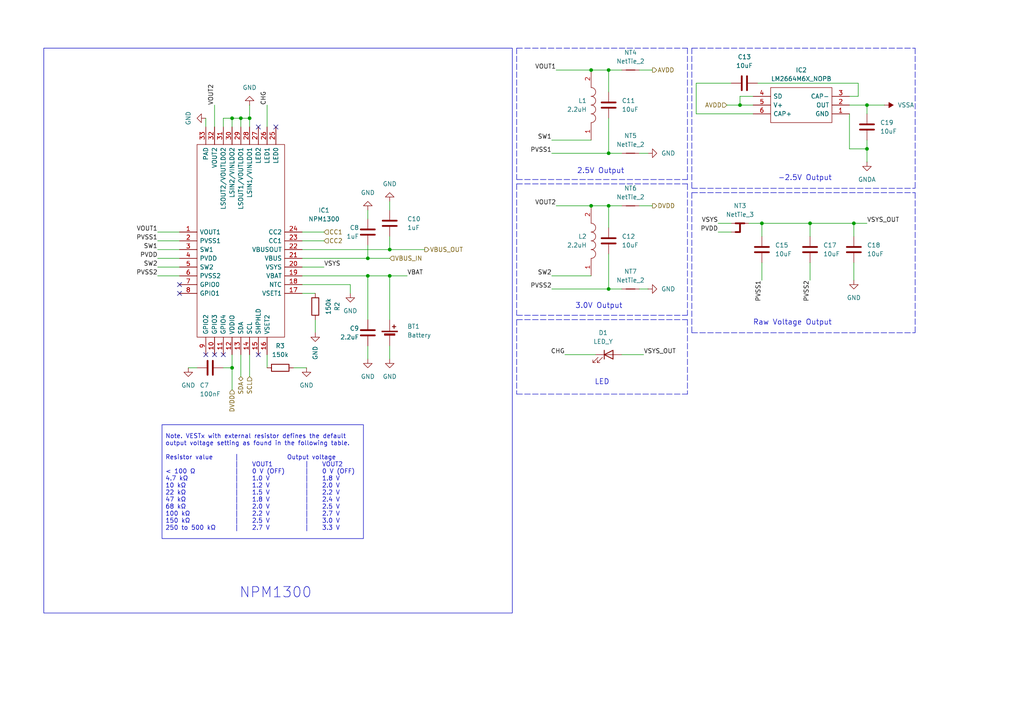
<source format=kicad_sch>
(kicad_sch (version 20231120) (generator "eeschema") (generator_version "8.0")
  (paper "A4")
  (lib_symbols
    (symbol "Device:Battery_Cell" (pin_numbers hide) (pin_names (offset 0) hide)
      (property "Reference" "BT" (at 2.54 2.54 0))
      (property "Value" "Battery_Cell" (at 2.54 0 0))
      (symbol "Battery_Cell_0_1"
        (rectangle (start -2.286 1.778) (end 2.286 1.524) (fill (type outline)))
        (rectangle (start -1.524 1.016) (end 1.524 0.508) (fill (type outline)))
        (polyline (pts (xy 0 0.762) (xy 0 0)))
        (polyline (pts (xy 0 1.778) (xy 0 2.54)))
        (polyline (pts (xy 0.762 3.048) (xy 1.778 3.048)) (stroke (width 0.254)))
        (polyline (pts (xy 1.27 3.556) (xy 1.27 2.54)) (stroke (width 0.254)))
      )
      (symbol "Battery_Cell_1_1"
        (pin passive line (at 0 5.08 270) (length 2.54) (name "+") (number "1"))
        (pin passive line (at 0 -2.54 90) (length 2.54) (name "-") (number "2"))
      )
    )
    (symbol "Device:C" (pin_numbers hide) (pin_names (offset 0.254))
      (property "Reference" "C" (at 0.635 2.54 0))
      (property "Value" "C" (at 0.635 -2.54 0))
      (symbol "C_0_1"
        (polyline (pts (xy -2.032 -0.762) (xy 2.032 -0.762)) (stroke (width 0.508)))
        (polyline (pts (xy -2.032 0.762) (xy 2.032 0.762)) (stroke (width 0.508)))
      )
      (symbol "C_1_1"
        (pin passive line (at 0 3.81 270) (length 2.794) (name "~") (number "1"))
        (pin passive line (at 0 -3.81 90) (length 2.794) (name "~") (number "2"))
      )
    )
    (symbol "Device:LED" (pin_numbers hide) (pin_names (offset 1.016) hide)
      (property "Reference" "D" (at 0 2.54 0))
      (property "Value" "LED" (at 0 -2.54 0))
      (symbol "LED_0_1"
        (polyline (pts (xy -1.27 -1.27) (xy -1.27 1.27)) (stroke (width 0.254)))
        (polyline (pts (xy -1.27 0) (xy 1.27 0)))
        (polyline (pts (xy 1.27 -1.27) (xy 1.27 1.27) (xy -1.27 0) (xy 1.27 -1.27)) (stroke (width 0.254)))
        (polyline (pts (xy -3.048 -0.762) (xy -4.572 -2.286) (xy -3.81 -2.286) (xy -4.572 -2.286) (xy -4.572 -1.524)))
        (polyline (pts (xy -1.778 -0.762) (xy -3.302 -2.286) (xy -2.54 -2.286) (xy -3.302 -2.286) (xy -3.302 -1.524)))
      )
      (symbol "LED_1_1"
        (pin passive line (at -3.81 0 0) (length 2.54) (name "K") (number "1"))
        (pin passive line (at 3.81 0 180) (length 2.54) (name "A") (number "2"))
      )
    )
    (symbol "Device:NetTie_2" (pin_numbers hide) (pin_names (offset 0) hide) (in_bom no)
      (property "Reference" "NT" (at 0 1.27 0))
      (property "Value" "NetTie_2" (at 0 -1.27 0))
      (symbol "NetTie_2_0_1"
        (polyline (pts (xy -1.27 0) (xy 1.27 0)) (stroke (width 0.254)))
      )
      (symbol "NetTie_2_1_1"
        (pin passive line (at -2.54 0 0) (length 2.54) (name "1") (number "1"))
        (pin passive line (at 2.54 0 180) (length 2.54) (name "2") (number "2"))
      )
    )
    (symbol "Device:NetTie_3" (pin_numbers hide) (pin_names (offset 0) hide) (in_bom no)
      (property "Reference" "NT" (at 0 1.27 0))
      (property "Value" "NetTie_3" (at 0 -3.81 0))
      (symbol "NetTie_3_0_1"
        (polyline (pts (xy -1.27 0) (xy 1.27 0)) (stroke (width 0.508)))
        (polyline (pts (xy 0 0) (xy 0 -2.54) (xy -1.27 -2.54)) (stroke (width 0.508)))
      )
      (symbol "NetTie_3_1_1"
        (pin passive line (at -2.54 0 0) (length 2.54) (name "1") (number "1"))
        (pin passive line (at 2.54 0 180) (length 2.54) (name "2") (number "2"))
        (pin passive line (at -2.54 -2.54 0) (length 2.54) (name "3") (number "3"))
      )
    )
    (symbol "Device:R" (pin_numbers hide) (pin_names (offset 0))
      (property "Reference" "R" (at 2.032 0 90))
      (property "Value" "R" (at 0 0 90))
      (symbol "R_0_1"
        (rectangle (start -1.016 -2.54) (end 1.016 2.54) (stroke (width 0.254)))
      )
      (symbol "R_1_1"
        (pin passive line (at 0 3.81 270) (length 1.27) (name "~") (number "1"))
        (pin passive line (at 0 -3.81 90) (length 1.27) (name "~") (number "2"))
      )
    )
    (symbol "LM2664M6X_NOPB:LM2664M6X_NOPB" (pin_names (offset 0.762))
      (property "Reference" "IC" (at 24.13 7.62 0))
      (property "Value" "LM2664M6X_NOPB" (at 24.13 5.08 0))
      (symbol "LM2664M6X_NOPB_0_0"
        (pin passive line (at 0 0 0) (length 5.08) (name "GND") (number "1"))
        (pin passive line (at 0 -2.54 0) (length 5.08) (name "OUT") (number "2"))
        (pin passive line (at 0 -5.08 0) (length 5.08) (name "CAP-") (number "3"))
        (pin passive line (at 27.94 -5.08 180) (length 5.08) (name "SD") (number "4"))
        (pin passive line (at 27.94 -2.54 180) (length 5.08) (name "V+") (number "5"))
        (pin passive line (at 27.94 0 180) (length 5.08) (name "CAP+") (number "6"))
      )
      (symbol "LM2664M6X_NOPB_0_1"
        (polyline (pts (xy 5.08 2.54) (xy 22.86 2.54) (xy 22.86 -7.62) (xy 5.08 -7.62) (xy 5.08 2.54)) (stroke (width 0.1524)))
      )
    )
    (symbol "MLP2016H2R2MT0S1:MLP2016H2R2MT0S1" (pin_names (offset 0.762))
      (property "Reference" "L" (at 16.51 6.35 0))
      (property "Value" "MLP2016H2R2MT0S1" (at 16.51 3.81 0))
      (symbol "MLP2016H2R2MT0S1_0_0"
        (pin passive line (at 0 0 0) (length 5.08) (name "~") (number "1"))
        (pin passive line (at 20.32 0 180) (length 5.08) (name "~") (number "2"))
      )
      (symbol "MLP2016H2R2MT0S1_0_1"
        (arc (start 5.08 0) (mid 6.35 -1.3218) (end 7.62 0) (stroke (width 0.1524)))
        (arc (start 7.62 0) (mid 8.89 -1.3218) (end 10.16 0) (stroke (width 0.1524)))
        (arc (start 10.16 0) (mid 11.43 -1.3218) (end 12.7 0) (stroke (width 0.1524)))
        (arc (start 12.7 0) (mid 13.97 -1.3218) (end 15.24 0) (stroke (width 0.1524)))
      )
    )
    (symbol "NPM1300-QEAA-R:NPM1300-QEAA-R" (pin_names (offset 0.762))
      (property "Reference" "IC" (at 31.75 30.48 0))
      (property "Value" "NPM1300-QEAA-R" (at 31.75 27.94 0))
      (symbol "NPM1300-QEAA-R_0_0"
        (pin power_in line (at 0 0 0) (length 5.08) (name "VOUT1") (number "1"))
        (pin bidirectional line (at 10.16 -35.56 90) (length 5.08) (name "GPIO3") (number "10"))
        (pin bidirectional line (at 12.7 -35.56 90) (length 5.08) (name "GPIO4") (number "11"))
        (pin power_in line (at 15.24 -35.56 90) (length 5.08) (name "VDDIO") (number "12"))
        (pin bidirectional line (at 17.78 -35.56 90) (length 5.08) (name "SDA") (number "13"))
        (pin input line (at 20.32 -35.56 90) (length 5.08) (name "SCL") (number "14"))
        (pin input line (at 22.86 -35.56 90) (length 5.08) (name "SHPHLD") (number "15"))
        (pin input line (at 25.4 -35.56 90) (length 5.08) (name "VSET2") (number "16"))
        (pin input line (at 35.56 -17.78 180) (length 5.08) (name "VSET1") (number "17"))
        (pin input line (at 35.56 -15.24 180) (length 5.08) (name "NTC") (number "18"))
        (pin power_in line (at 35.56 -12.7 180) (length 5.08) (name "VBAT") (number "19"))
        (pin power_in line (at 0 -2.54 0) (length 5.08) (name "PVSS1") (number "2"))
        (pin power_in line (at 35.56 -10.16 180) (length 5.08) (name "VSYS") (number "20"))
        (pin power_in line (at 35.56 -7.62 180) (length 5.08) (name "VBUS") (number "21"))
        (pin output line (at 35.56 -5.08 180) (length 5.08) (name "VBUSOUT") (number "22"))
        (pin input line (at 35.56 -2.54 180) (length 5.08) (name "CC1") (number "23"))
        (pin input line (at 35.56 0 180) (length 5.08) (name "CC2") (number "24"))
        (pin output line (at 27.94 30.48 270) (length 5.08) (name "LED0") (number "25"))
        (pin output line (at 25.4 30.48 270) (length 5.08) (name "LED1") (number "26"))
        (pin output line (at 22.86 30.48 270) (length 5.08) (name "LED2") (number "27"))
        (pin power_in line (at 20.32 30.48 270) (length 5.08) (name "LSIN1/VINLDO1") (number "28"))
        (pin power_in line (at 17.78 30.48 270) (length 5.08) (name "LSOUT1/VOUTLDO1") (number "29"))
        (pin power_in line (at 0 -5.08 0) (length 5.08) (name "SW1") (number "3"))
        (pin power_in line (at 15.24 30.48 270) (length 5.08) (name "LSIN2/VINLDO2") (number "30"))
        (pin power_in line (at 12.7 30.48 270) (length 5.08) (name "LSOUT2/VOUTLDO2") (number "31"))
        (pin power_in line (at 10.16 30.48 270) (length 5.08) (name "VOUT2") (number "32"))
        (pin power_in line (at 7.62 30.48 270) (length 5.08) (name "PAD") (number "33"))
        (pin power_in line (at 0 -7.62 0) (length 5.08) (name "PVDD") (number "4"))
        (pin power_in line (at 0 -10.16 0) (length 5.08) (name "SW2") (number "5"))
        (pin power_in line (at 0 -12.7 0) (length 5.08) (name "PVSS2") (number "6"))
        (pin bidirectional line (at 0 -15.24 0) (length 5.08) (name "GPIO0") (number "7"))
        (pin bidirectional line (at 0 -17.78 0) (length 5.08) (name "GPIO1") (number "8"))
        (pin bidirectional line (at 7.62 -35.56 90) (length 5.08) (name "GPIO2") (number "9"))
      )
      (symbol "NPM1300-QEAA-R_0_1"
        (polyline (pts (xy 5.08 25.4) (xy 30.48 25.4) (xy 30.48 -30.48) (xy 5.08 -30.48) (xy 5.08 25.4)) (stroke (width 0.1524)))
      )
    )
    (symbol "power:GND" (power) (pin_numbers hide) (pin_names (offset 0) hide)
      (property "Value" "GND" (at 0 -3.81 0))
      (symbol "GND_0_1"
        (polyline (pts (xy 0 0) (xy 0 -1.27) (xy 1.27 -1.27) (xy 0 -2.54) (xy -1.27 -1.27) (xy 0 -1.27)))
      )
      (symbol "GND_1_1"
        (pin power_in line (at 0 0 270) (length 0) (name "~") (number "1"))
      )
    )
    (symbol "power:GNDA" (power) (pin_numbers hide) (pin_names (offset 0) hide)
      (property "Value" "GNDA" (at 0 -3.81 0))
      (symbol "GNDA_0_1"
        (polyline (pts (xy 0 0) (xy 0 -1.27) (xy 1.27 -1.27) (xy 0 -2.54) (xy -1.27 -1.27) (xy 0 -1.27)))
      )
      (symbol "GNDA_1_1"
        (pin power_in line (at 0 0 270) (length 0) (name "~") (number "1"))
      )
    )
    (symbol "power:VSSA" (power) (pin_numbers hide) (pin_names (offset 0) hide)
      (property "Value" "VSSA" (at 0 3.556 0))
      (symbol "VSSA_0_1"
        (polyline (pts (xy 0 0) (xy 0 2.54)))
        (polyline (pts (xy 0.762 1.27) (xy -0.762 1.27) (xy 0 2.54) (xy 0.762 1.27)) (fill (type outline)))
      )
      (symbol "VSSA_1_1"
        (pin power_in line (at 0 0 90) (length 0) (name "~") (number "1"))
      )
    )
  )
  (junction (at 171.45 20.32))
  (junction (at 106.68 74.93))
  (junction (at 176.53 44.45))
  (junction (at 176.53 59.69))
  (junction (at 214.63 30.48))
  (junction (at 171.45 59.69))
  (junction (at 106.68 80.01))
  (junction (at 251.46 43.18))
  (junction (at 234.95 64.77))
  (junction (at 113.03 80.01))
  (junction (at 247.65 64.77))
  (junction (at 176.53 83.82))
  (junction (at 113.03 72.39))
  (junction (at 69.85 34.29))
  (junction (at 251.46 30.48))
  (junction (at 67.31 34.29))
  (junction (at 72.39 34.29))
  (junction (at 220.98 64.77))
  (junction (at 176.53 20.32))
  (junction (at 67.31 106.68))
  (no_connect (at 64.77 102.87))
  (no_connect (at 52.07 82.55))
  (no_connect (at 80.01 36.83))
  (no_connect (at 59.69 102.87))
  (no_connect (at 52.07 85.09))
  (no_connect (at 74.93 102.87))
  (no_connect (at 62.23 102.87))
  (no_connect (at 74.93 36.83))
  (wire (pts (xy 91.44 92.71) (xy 91.44 96.52)))
  (wire (pts (xy 176.53 20.32) (xy 180.34 20.32)))
  (wire (pts (xy 208.28 67.31) (xy 212.09 67.31)))
  (wire (pts (xy 185.42 20.32) (xy 189.23 20.32)))
  (wire (pts (xy 106.68 74.93) (xy 106.68 71.12)))
  (wire (pts (xy 67.31 34.29) (xy 69.85 34.29)))
  (wire (pts (xy 113.03 72.39) (xy 123.19 72.39)))
  (wire (pts (xy 101.6 82.55) (xy 101.6 85.09)))
  (wire (pts (xy 185.42 83.82) (xy 187.96 83.82)))
  (wire (pts (xy 161.29 59.69) (xy 171.45 59.69)))
  (wire (pts (xy 214.63 30.48) (xy 214.63 27.94)))
  (wire (pts (xy 246.38 27.94) (xy 248.92 27.94)))
  (wire (pts (xy 171.45 20.32) (xy 176.53 20.32)))
  (wire (pts (xy 87.63 69.85) (xy 93.98 69.85)))
  (wire (pts (xy 57.15 106.68) (xy 54.61 106.68)))
  (wire (pts (xy 45.72 72.39) (xy 52.07 72.39)))
  (wire (pts (xy 251.46 43.18) (xy 251.46 46.99)))
  (wire (pts (xy 67.31 106.68) (xy 64.77 106.68)))
  (wire (pts (xy 45.72 67.31) (xy 52.07 67.31)))
  (wire (pts (xy 160.02 40.64) (xy 171.45 40.64)))
  (polyline (pts (xy 149.86 92.71) (xy 199.39 92.71)) (stroke (width 0) (type dash)))
  (wire (pts (xy 52.07 80.01) (xy 45.72 80.01)))
  (wire (pts (xy 251.46 30.48) (xy 251.46 33.02)))
  (wire (pts (xy 208.28 64.77) (xy 212.09 64.77)))
  (wire (pts (xy 163.83 102.87) (xy 172.72 102.87)))
  (wire (pts (xy 171.45 59.69) (xy 176.53 59.69)))
  (wire (pts (xy 69.85 36.83) (xy 69.85 34.29)))
  (wire (pts (xy 67.31 102.87) (xy 67.31 106.68)))
  (wire (pts (xy 248.92 24.13) (xy 219.71 24.13)))
  (wire (pts (xy 246.38 43.18) (xy 251.46 43.18)))
  (polyline (pts (xy 149.86 91.44) (xy 199.39 91.44)) (stroke (width 0) (type dash)))
  (polyline (pts (xy 200.66 54.61) (xy 265.43 54.61)) (stroke (width 0) (type dash)))
  (wire (pts (xy 64.77 34.29) (xy 67.31 34.29)))
  (wire (pts (xy 77.47 30.48) (xy 77.47 36.83)))
  (wire (pts (xy 87.63 72.39) (xy 113.03 72.39)))
  (wire (pts (xy 185.42 44.45) (xy 187.96 44.45)))
  (polyline (pts (xy 149.86 53.34) (xy 149.86 91.44)) (stroke (width 0) (type dash)))
  (wire (pts (xy 64.77 36.83) (xy 64.77 34.29)))
  (wire (pts (xy 246.38 33.02) (xy 246.38 43.18)))
  (wire (pts (xy 69.85 34.29) (xy 72.39 34.29)))
  (polyline (pts (xy 199.39 92.71) (xy 199.39 114.3)) (stroke (width 0) (type dash)))
  (wire (pts (xy 251.46 30.48) (xy 256.54 30.48)))
  (wire (pts (xy 234.95 64.77) (xy 247.65 64.77)))
  (wire (pts (xy 113.03 58.42) (xy 113.03 60.96)))
  (polyline (pts (xy 200.66 96.52) (xy 265.43 96.52)) (stroke (width 0) (type dash)))
  (wire (pts (xy 52.07 74.93) (xy 45.72 74.93)))
  (polyline (pts (xy 149.86 53.34) (xy 199.39 53.34)) (stroke (width 0) (type dash)))
  (wire (pts (xy 212.09 24.13) (xy 201.93 24.13)))
  (wire (pts (xy 161.29 20.32) (xy 171.45 20.32)))
  (polyline (pts (xy 200.66 13.97) (xy 265.43 13.97)) (stroke (width 0) (type dash)))
  (polyline (pts (xy 200.66 13.97) (xy 200.66 54.61)) (stroke (width 0) (type dash)))
  (wire (pts (xy 72.39 109.22) (xy 72.39 102.87)))
  (wire (pts (xy 87.63 85.09) (xy 91.44 85.09)))
  (wire (pts (xy 59.69 34.29) (xy 59.69 36.83)))
  (wire (pts (xy 176.53 59.69) (xy 180.34 59.69)))
  (wire (pts (xy 201.93 24.13) (xy 201.93 33.02)))
  (wire (pts (xy 217.17 64.77) (xy 220.98 64.77)))
  (wire (pts (xy 52.07 77.47) (xy 45.72 77.47)))
  (wire (pts (xy 72.39 34.29) (xy 72.39 36.83)))
  (polyline (pts (xy 199.39 13.97) (xy 199.39 52.07)) (stroke (width 0) (type dash)))
  (wire (pts (xy 106.68 100.33) (xy 106.68 104.14)))
  (wire (pts (xy 87.63 77.47) (xy 93.98 77.47)))
  (wire (pts (xy 220.98 64.77) (xy 234.95 64.77)))
  (wire (pts (xy 113.03 100.33) (xy 113.03 104.14)))
  (wire (pts (xy 113.03 80.01) (xy 113.03 92.71)))
  (wire (pts (xy 77.47 102.87) (xy 77.47 106.68)))
  (wire (pts (xy 214.63 27.94) (xy 218.44 27.94)))
  (polyline (pts (xy 149.86 13.97) (xy 149.86 52.07)) (stroke (width 0) (type dash)))
  (wire (pts (xy 113.03 80.01) (xy 118.11 80.01)))
  (wire (pts (xy 180.34 102.87) (xy 186.69 102.87)))
  (polyline (pts (xy 149.86 52.07) (xy 199.39 52.07)) (stroke (width 0) (type dash)))
  (wire (pts (xy 176.53 73.66) (xy 176.53 83.82)))
  (wire (pts (xy 176.53 59.69) (xy 176.53 66.04)))
  (wire (pts (xy 247.65 64.77) (xy 251.46 64.77)))
  (polyline (pts (xy 200.66 55.88) (xy 265.43 55.88)) (stroke (width 0) (type dash)))
  (wire (pts (xy 106.68 74.93) (xy 113.03 74.93)))
  (wire (pts (xy 106.68 60.96) (xy 106.68 63.5)))
  (polyline (pts (xy 265.43 55.88) (xy 265.43 96.52)) (stroke (width 0) (type dash)))
  (wire (pts (xy 176.53 34.29) (xy 176.53 44.45)))
  (wire (pts (xy 247.65 64.77) (xy 247.65 68.58)))
  (wire (pts (xy 176.53 20.32) (xy 176.53 26.67)))
  (wire (pts (xy 234.95 76.2) (xy 234.95 81.28)))
  (polyline (pts (xy 199.39 53.34) (xy 199.39 91.44)) (stroke (width 0) (type dash)))
  (wire (pts (xy 247.65 76.2) (xy 247.65 81.28)))
  (wire (pts (xy 185.42 59.69) (xy 189.23 59.69)))
  (wire (pts (xy 67.31 36.83) (xy 67.31 34.29)))
  (wire (pts (xy 62.23 30.48) (xy 62.23 36.83)))
  (polyline (pts (xy 149.86 13.97) (xy 199.39 13.97)) (stroke (width 0) (type dash)))
  (wire (pts (xy 45.72 69.85) (xy 52.07 69.85)))
  (wire (pts (xy 101.6 82.55) (xy 87.63 82.55)))
  (wire (pts (xy 176.53 83.82) (xy 160.02 83.82)))
  (wire (pts (xy 176.53 44.45) (xy 180.34 44.45)))
  (wire (pts (xy 248.92 27.94) (xy 248.92 24.13)))
  (polyline (pts (xy 265.43 13.97) (xy 265.43 54.61)) (stroke (width 0) (type dash)))
  (wire (pts (xy 220.98 64.77) (xy 220.98 68.58)))
  (polyline (pts (xy 200.66 55.88) (xy 200.66 96.52)) (stroke (width 0) (type dash)))
  (wire (pts (xy 67.31 106.68) (xy 67.31 113.03)))
  (wire (pts (xy 69.85 102.87) (xy 69.85 109.22)))
  (wire (pts (xy 93.98 67.31) (xy 87.63 67.31)))
  (wire (pts (xy 220.98 76.2) (xy 220.98 81.28)))
  (wire (pts (xy 106.68 80.01) (xy 113.03 80.01)))
  (wire (pts (xy 176.53 44.45) (xy 160.02 44.45)))
  (wire (pts (xy 85.09 106.68) (xy 88.9 106.68)))
  (wire (pts (xy 87.63 80.01) (xy 106.68 80.01)))
  (polyline (pts (xy 149.86 114.3) (xy 199.39 114.3)) (stroke (width 0) (type dash)))
  (wire (pts (xy 251.46 40.64) (xy 251.46 43.18)))
  (wire (pts (xy 106.68 80.01) (xy 106.68 92.71)))
  (wire (pts (xy 201.93 33.02) (xy 218.44 33.02)))
  (wire (pts (xy 160.02 80.01) (xy 171.45 80.01)))
  (wire (pts (xy 234.95 64.77) (xy 234.95 68.58)))
  (wire (pts (xy 87.63 74.93) (xy 106.68 74.93)))
  (wire (pts (xy 214.63 30.48) (xy 218.44 30.48)))
  (wire (pts (xy 113.03 68.58) (xy 113.03 72.39)))
  (wire (pts (xy 176.53 83.82) (xy 180.34 83.82)))
  (wire (pts (xy 246.38 30.48) (xy 251.46 30.48)))
  (polyline (pts (xy 149.86 92.71) (xy 149.86 114.3)) (stroke (width 0) (type dash)))
  (wire (pts (xy 72.39 30.48) (xy 72.39 34.29)))
  (wire (pts (xy 214.63 30.48) (xy 210.82 30.48)))
  (rectangle (start 12.7 13.97) (end 148.59 177.8))
  (text_box "Note. VESTx with external resistor defines the default output voltage setting as found in the following table.\n\nResistor value	|			Output voltage\n				|	VOUT1		|	VOUT2\n< 100 Ω			|	0 V (OFF)	|	0 V (OFF)\n4.7 kΩ 			|	1.0 V 		|	1.8 V\n10 kΩ 			|	1.2 V 		|	2.0 V\n22 kΩ 			|	1.5 V 		|	2.2 V\n47 kΩ 			|	1.8 V		| 	2.4 V\n68 kΩ 			|	2.0 V 		|	2.5 V\n100 kΩ 			|	2.2 V 		|	2.7 V\n150 kΩ 			|	2.5 V 		|	3.0 V\n250 to 500 kΩ 	|	2.7 V 		|	3.3 V" (at 46.99 123.19 0) (size 58.42 33.02) (effects (font (size 1.27 1.27)) (justify left)))
  (text "-2.5V Output" (at 241.3 52.578 0) (effects (font (size 1.524 1.524)) (justify right bottom)))
  (text "Raw Voltage Output" (at 241.3 94.488 0) (effects (font (size 1.524 1.524)) (justify right bottom)))
  (text "3.0V Output" (at 180.594 89.662 0) (effects (font (size 1.524 1.524)) (justify right bottom)))
  (text "2.5V Output" (at 181.102 50.546 0) (effects (font (size 1.524 1.524)) (justify right bottom)))
  (text "LED" (at 176.784 111.76 0) (effects (font (size 1.524 1.524)) (justify right bottom)))
  (text "NPM1300" (at 69.342 173.736 0) (effects (font (size 2.9972 2.9972)) (justify left bottom)))
  (label "PVSS2" (at 234.95 81.28 270))
  (label "VSYS_OUT" (at 251.46 64.77 0))
  (label "PVSS1" (at 45.72 69.85 180))
  (label "VOUT1" (at 45.72 67.31 180))
  (label "CHG" (at 77.47 30.48 90))
  (label "CHG" (at 163.83 102.87 180))
  (label "VSYS" (at 208.28 64.77 180))
  (label "SW2" (at 160.02 80.01 180))
  (label "VSYS" (at 93.98 77.47 0))
  (label "VOUT1" (at 161.29 20.32 180))
  (label "VSYS_OUT" (at 186.69 102.87 0))
  (label "PVSS1" (at 220.98 81.28 270))
  (label "VBAT" (at 118.11 80.01 0))
  (label "SW2" (at 45.72 77.47 180))
  (label "PVSS1" (at 160.02 44.45 180))
  (label "PVSS2" (at 160.02 83.82 180))
  (label "VOUT2" (at 161.29 59.69 180))
  (label "SW1" (at 160.02 40.64 180))
  (label "PVSS2" (at 45.72 80.01 180))
  (label "SW1" (at 45.72 72.39 180))
  (label "PVDD" (at 45.72 74.93 180))
  (label "VOUT2" (at 62.23 30.48 90))
  (label "PVDD" (at 208.28 67.31 180))
  (hierarchical_label "CC1" (shape input) (at 93.98 67.31 0))
  (hierarchical_label "AVDD" (shape input) (at 210.82 30.48 180))
  (hierarchical_label "AVDD" (shape output) (at 189.23 20.32 0))
  (hierarchical_label "CC2" (shape input) (at 93.98 69.85 0))
  (hierarchical_label "VBUS_IN" (shape input) (at 113.03 74.93 0))
  (hierarchical_label "DVDD" (shape input) (at 67.31 113.03 270))
  (hierarchical_label "SDA" (shape bidirectional) (at 69.85 109.22 270))
  (hierarchical_label "VBUS_OUT" (shape output) (at 123.19 72.39 0))
  (hierarchical_label "SCL" (shape input) (at 72.39 109.22 270))
  (hierarchical_label "DVDD" (shape output) (at 189.23 59.69 0))
  (symbol (lib_id "power:GND") (at 247.65 81.28 0) (unit 1)
    (property "Reference" "#PWR024" (effects (hide yes)))
    (property "Value" "GND" (at 247.65 86.36 0))
    (property "Description" "Power symbol creates a global label with name \"GND\" , ground" (effects (hide yes)))
  )
  (symbol (lib_id "Device:C") (at 220.98 72.39 180) (unit 1)
    (property "Reference" "C15" (at 224.79 71.1199 0) (effects (justify right)))
    (property "Value" "10uF" (at 224.79 73.6599 0) (effects (justify right)))
    (property "Footprint" "Capacitor_SMD:C_0402_1005Metric" (effects (hide yes)))
    (property "Description" "10V 10uF X5R ±20% 0402  Multilayer Ceramic Capacitors MLCC - SMD/SMT ROHS" (effects (hide yes)))
    (property "Type" "Surface Mount " (effects (hide yes)))
    (property "Package" "0402 (1005 Metric)" (effects (hide yes)))
    (property "MANUFACTURER" "Murata Electronics" (effects (hide yes)))
    (property "MANUFACTURER_PART_NUMBER" "GRM155R61A106ME44D" (effects (hide yes)))
  )
  (symbol (lib_id "LM2664M6X_NOPB:LM2664M6X_NOPB") (at 246.38 33.02 180) (unit 1)
    (property "Reference" "IC2" (at 232.41 20.32 0))
    (property "Value" "LM2664M6X_NOPB" (at 232.41 22.86 0))
    (property "Footprint" "LM2664M6X_NOPB:SOT95P280X145-6N" (effects (hide yes)))
    (property "Datasheet" "https://componentsearchengine.com/Datasheets/2/LM2664M6X_NOPB.pdf" (effects (hide yes)))
    (property "Description" "Switching Voltage Regulators Switched Capacitor Vtg Cnvtr" (effects (hide yes)))
    (property "Height" "1.45" (effects (hide yes)))
    (property "Manufacturer_Name" "Texas Instruments" (effects (hide yes)))
    (property "Manufacturer_Part_Number" "LM2664M6X/NOPB" (effects (hide yes)))
    (property "Mouser Part Number" "926-LM2664M6X/NOPB" (effects (hide yes)))
    (property "Mouser Price/Stock" "https://www.mouser.co.uk/ProductDetail/Texas-Instruments/LM2664M6X-NOPB?qs=X1J7HmVL2ZHEhyIijWLH%252BA%3D%3D" (effects (hide yes)))
    (property "Arrow Part Number" "LM2664M6X/NOPB" (effects (hide yes)))
    (property "Arrow Price/Stock" "https://www.arrow.com/en/products/lm2664m6xnopb/texas-instruments?region=nac" (effects (hide yes)))
    (property "Type" "Surface Mount " (effects (hide yes)))
    (property "MANUFACTURER" "Texas Instruments " (effects (hide yes)))
    (property "MANUFACTURER_PART_NUMBER" "LM2664M6X/NOPB " (effects (hide yes)))
    (property "Package" "SOT-23-6" (effects (hide yes)))
  )
  (symbol (lib_id "Device:C") (at 251.46 36.83 180) (unit 1)
    (property "Reference" "C19" (at 255.27 35.5599 0) (effects (justify right)))
    (property "Value" "10uF" (at 255.27 38.0999 0) (effects (justify right)))
    (property "Footprint" "Capacitor_SMD:C_0402_1005Metric" (effects (hide yes)))
    (property "Description" "10V 10uF X5R ±20% 0402  Multilayer Ceramic Capacitors MLCC - SMD/SMT ROHS" (effects (hide yes)))
    (property "Type" "Surface Mount " (effects (hide yes)))
    (property "Package" "0402 (1005 Metric)" (effects (hide yes)))
    (property "MANUFACTURER" "Murata Electronics" (effects (hide yes)))
    (property "MANUFACTURER_PART_NUMBER" "GRM155R61A106ME44D" (effects (hide yes)))
  )
  (symbol (lib_id "Device:C") (at 247.65 72.39 180) (unit 1)
    (property "Reference" "C18" (at 251.46 71.1199 0) (effects (justify right)))
    (property "Value" "10uF" (at 251.46 73.6599 0) (effects (justify right)))
    (property "Footprint" "Capacitor_SMD:C_0402_1005Metric" (effects (hide yes)))
    (property "Description" "10V 10uF X5R ±20% 0402  Multilayer Ceramic Capacitors MLCC - SMD/SMT ROHS" (effects (hide yes)))
    (property "Type" "Surface Mount " (effects (hide yes)))
    (property "Package" "0402 (1005 Metric)" (effects (hide yes)))
    (property "MANUFACTURER" "Murata Electronics" (effects (hide yes)))
    (property "MANUFACTURER_PART_NUMBER" "GRM155R61A106ME44D" (effects (hide yes)))
  )
  (symbol (lib_id "Device:C") (at 176.53 69.85 180) (unit 1)
    (property "Reference" "C12" (at 180.34 68.5799 0) (effects (justify right)))
    (property "Value" "10uF" (at 180.34 71.1199 0) (effects (justify right)))
    (property "Footprint" "Capacitor_SMD:C_0402_1005Metric" (effects (hide yes)))
    (property "Description" "10V 10uF X5R ±20% 0402  Multilayer Ceramic Capacitors MLCC - SMD/SMT ROHS" (effects (hide yes)))
    (property "Type" "Surface Mount " (effects (hide yes)))
    (property "Package" "0402 (1005 Metric)" (effects (hide yes)))
    (property "MANUFACTURER" "Murata Electronics" (effects (hide yes)))
    (property "MANUFACTURER_PART_NUMBER" "GRM155R61A106ME44D" (effects (hide yes)))
  )
  (symbol (lib_id "power:GND") (at 59.69 34.29 270) (unit 1)
    (property "Reference" "#PWR013" (effects (hide yes)))
    (property "Value" "GND" (at 54.61 34.29 0))
    (property "Description" "Power symbol creates a global label with name \"GND\" , ground" (effects (hide yes)))
  )
  (symbol (lib_id "Device:NetTie_2") (at 182.88 83.82 0) (unit 1) (in_bom no)
    (property "Reference" "NT7" (at 182.88 78.74 0))
    (property "Value" "NetTie_2" (at 182.88 81.28 0))
    (property "Footprint" "NetTie:NetTie-2_SMD_Pad0.5mm" (effects (hide yes)))
    (property "Description" "Net tie, 2 pins" (effects (hide yes)))
  )
  (symbol (lib_id "Device:C") (at 113.03 64.77 180) (unit 1)
    (property "Reference" "C10" (at 118.11 63.4999 0) (effects (justify right)))
    (property "Value" "1uF" (at 118.11 66.0399 0) (effects (justify right)))
    (property "Footprint" "Capacitor_SMD:C_0402_1005Metric" (effects (hide yes)))
    (property "Description" "10V 1uF X5R ±10% 0402  Multilayer Ceramic Capacitors MLCC - SMD/SMT ROHS" (effects (hide yes)))
    (property "Type" "Surface Mount " (effects (hide yes)))
    (property "Package" "0402 (1005 Metric)" (effects (hide yes)))
    (property "MANUFACTURER" "Murata Electronics" (effects (hide yes)))
    (property "MANUFACTURER_PART_NUMBER" "GRM155R61A105KE15D" (effects (hide yes)))
  )
  (symbol (lib_id "power:GND") (at 106.68 104.14 0) (unit 1)
    (property "Reference" "#PWR017" (effects (hide yes)))
    (property "Value" "GND" (at 106.68 109.22 0))
    (property "Description" "Power symbol creates a global label with name \"GND\" , ground" (effects (hide yes)))
  )
  (symbol (lib_id "Device:NetTie_3") (at 214.63 64.77 0) (unit 1) (in_bom no)
    (property "Reference" "NT3" (at 214.63 59.69 0))
    (property "Value" "NetTie_3" (at 214.63 62.23 0))
    (property "Footprint" "NetTie:NetTie-3_SMD_Pad0.5mm" (effects (hide yes)))
    (property "Description" "Net tie, 3 pins" (effects (hide yes)))
  )
  (symbol (lib_id "Device:R") (at 91.44 88.9 180) (unit 1)
    (property "Reference" "R2" (at 97.79 88.9 90))
    (property "Value" "150k" (at 95.25 88.9 90))
    (property "Footprint" "Resistor_SMD:R_0402_1005Metric" (effects (hide yes)))
    (property "Description" "62.5mW Thick Film Resistors 50V ±100ppm/℃ ±1% 150kΩ 0402  Chip Resistor - Surface Mount ROHS" (effects (hide yes)))
    (property "Type" "Surface Mount " (effects (hide yes)))
    (property "MANUFACTURER" "YAGEO" (effects (hide yes)))
    (property "MANUFACTURER_PART_NUMBER" "RC0402FR-07150KL" (effects (hide yes)))
    (property "Package" "0402 (1005 Metric)" (effects (hide yes)))
  )
  (symbol (lib_id "Device:C") (at 106.68 67.31 180) (unit 1)
    (property "Reference" "C8" (at 104.14 66.0399 0) (effects (justify left)))
    (property "Value" "1uF" (at 104.14 68.5799 0) (effects (justify left)))
    (property "Footprint" "Capacitor_SMD:C_0402_1005Metric" (effects (hide yes)))
    (property "Description" "10V 1uF X5R ±10% 0402  Multilayer Ceramic Capacitors MLCC - SMD/SMT ROHS" (effects (hide yes)))
    (property "Type" "Surface Mount " (effects (hide yes)))
    (property "Package" "0402 (1005 Metric)" (effects (hide yes)))
    (property "MANUFACTURER" "Murata Electronics" (effects (hide yes)))
    (property "MANUFACTURER_PART_NUMBER" "GRM155R61A105KE15D" (effects (hide yes)))
  )
  (symbol (lib_id "Device:C") (at 215.9 24.13 90) (unit 1)
    (property "Reference" "C13" (at 215.9 16.51 90))
    (property "Value" "10uF" (at 215.9 19.05 90))
    (property "Footprint" "Capacitor_SMD:C_0402_1005Metric" (effects (hide yes)))
    (property "Description" "10V 10uF X5R ±20% 0402  Multilayer Ceramic Capacitors MLCC - SMD/SMT ROHS" (effects (hide yes)))
    (property "Type" "Surface Mount " (effects (hide yes)))
    (property "Package" "0402 (1005 Metric)" (effects (hide yes)))
    (property "MANUFACTURER" "Murata Electronics" (effects (hide yes)))
    (property "MANUFACTURER_PART_NUMBER" "GRM155R61A106ME44D" (effects (hide yes)))
  )
  (symbol (lib_id "power:GND") (at 113.03 58.42 180) (unit 1)
    (property "Reference" "#PWR018" (effects (hide yes)))
    (property "Value" "GND" (at 113.03 53.34 0))
    (property "Description" "Power symbol creates a global label with name \"GND\" , ground" (effects (hide yes)))
  )
  (symbol (lib_id "power:VSSA") (at 256.54 30.48 270) (unit 1)
    (property "Reference" "#PWR050" (effects (hide yes)))
    (property "Value" "VSSA" (at 260.35 30.4799 90) (effects (justify left)))
    (property "Description" "Power symbol creates a global label with name \"VSSA\"" (effects (hide yes)))
  )
  (symbol (lib_id "power:GND") (at 187.96 83.82 90) (unit 1)
    (property "Reference" "#PWR021" (effects (hide yes)))
    (property "Value" "GND" (at 191.77 83.8199 90) (effects (justify right)))
    (property "Description" "Power symbol creates a global label with name \"GND\" , ground" (effects (hide yes)))
  )
  (symbol (lib_id "Device:R") (at 81.28 106.68 270) (unit 1)
    (property "Reference" "R3" (at 81.28 100.33 90))
    (property "Value" "150k" (at 81.28 102.87 90))
    (property "Footprint" "Resistor_SMD:R_0402_1005Metric" (effects (hide yes)))
    (property "Description" "62.5mW Thick Film Resistors 50V ±100ppm/℃ ±1% 150kΩ 0402  Chip Resistor - Surface Mount ROHS" (effects (hide yes)))
    (property "Type" "Surface Mount " (effects (hide yes)))
    (property "MANUFACTURER" "YAGEO" (effects (hide yes)))
    (property "MANUFACTURER_PART_NUMBER" "RC0402FR-07150KL" (effects (hide yes)))
    (property "Package" "0402 (1005 Metric)" (effects (hide yes)))
  )
  (symbol (lib_id "MLP2016H2R2MT0S1:MLP2016H2R2MT0S1") (at 171.45 80.01 90) (unit 1)
    (property "Reference" "L2" (at 170.18 68.5799 90) (effects (justify left)))
    (property "Value" "2.2uH" (at 170.18 71.1199 90) (effects (justify left)))
    (property "Footprint" "MLP2016H2R2MT0S1:INDC2016X100N" (effects (hide yes)))
    (property "Datasheet" "https://product.tdk.com/system/files/dam/doc/product/inductor/inductor/smd/catalog/inductor_commercial_power_mlp2016_en.pdf" (effects (hide yes)))
    (property "Description" "SMD / SMT Inductors (Coils), L=2.2?H, L x W x T :" (effects (hide yes)))
    (property "Height" "1" (effects (hide yes)))
    (property "Manufacturer_Name" "TDK" (effects (hide yes)))
    (property "Manufacturer_Part_Number" "MLP2016H2R2MT0S1" (effects (hide yes)))
    (property "Mouser Part Number" "810-MLP2016H2R2MT0S1" (effects (hide yes)))
    (property "Mouser Price/Stock" "https://www.mouser.co.uk/ProductDetail/TDK/MLP2016H2R2MT0S1?qs=%2FPzWLGNeQ%252BgIIGDjjVUZ%2Fg%3D%3D" (effects (hide yes)))
    (property "Arrow Part Number" "MLP2016H2R2MT0S1" (effects (hide yes)))
    (property "Arrow Price/Stock" "https://www.arrow.com/en/products/mlp2016h2r2mt0s1/tdk?region=nac" (effects (hide yes)))
    (property "Type" "Surface Mount " (effects (hide yes)))
    (property "MANUFACTURER" "TDK Corporation" (effects (hide yes)))
    (property "MANUFACTURER_PART_NUMBER" "MLP2016H2R2MT0S1" (effects (hide yes)))
    (property "Package" "0806 (2016 Metric)" (effects (hide yes)))
  )
  (symbol (lib_id "power:GND") (at 54.61 106.68 0) (unit 1)
    (property "Reference" "#PWR010" (effects (hide yes)))
    (property "Value" "GND" (at 54.61 111.76 0))
    (property "Description" "Power symbol creates a global label with name \"GND\" , ground" (effects (hide yes)))
  )
  (symbol (lib_id "Device:NetTie_2") (at 182.88 44.45 0) (unit 1) (in_bom no)
    (property "Reference" "NT5" (at 182.88 39.37 0))
    (property "Value" "NetTie_2" (at 182.88 41.91 0))
    (property "Footprint" "NetTie:NetTie-2_SMD_Pad0.5mm" (effects (hide yes)))
    (property "Description" "Net tie, 2 pins" (effects (hide yes)))
  )
  (symbol (lib_id "power:GND") (at 187.96 44.45 90) (unit 1)
    (property "Reference" "#PWR020" (effects (hide yes)))
    (property "Value" "GND" (at 191.77 44.4499 90) (effects (justify right)))
    (property "Description" "Power symbol creates a global label with name \"GND\" , ground" (effects (hide yes)))
  )
  (symbol (lib_id "power:GND") (at 101.6 85.09 0) (unit 1)
    (property "Reference" "#PWR015" (effects (hide yes)))
    (property "Value" "GND" (at 101.6 90.17 0))
    (property "Description" "Power symbol creates a global label with name \"GND\" , ground" (effects (hide yes)))
  )
  (symbol (lib_id "Device:NetTie_2") (at 182.88 20.32 0) (unit 1) (in_bom no)
    (property "Reference" "NT4" (at 182.88 15.24 0))
    (property "Value" "NetTie_2" (at 182.88 17.78 0))
    (property "Footprint" "NetTie:NetTie-2_SMD_Pad0.5mm" (effects (hide yes)))
    (property "Description" "Net tie, 2 pins" (effects (hide yes)))
  )
  (symbol (lib_id "Device:C") (at 234.95 72.39 180) (unit 1)
    (property "Reference" "C17" (at 238.76 71.1199 0) (effects (justify right)))
    (property "Value" "10uF" (at 238.76 73.6599 0) (effects (justify right)))
    (property "Footprint" "Capacitor_SMD:C_0402_1005Metric" (effects (hide yes)))
    (property "Description" "10V 10uF X5R ±20% 0402  Multilayer Ceramic Capacitors MLCC - SMD/SMT ROHS" (effects (hide yes)))
    (property "Type" "Surface Mount " (effects (hide yes)))
    (property "Package" "0402 (1005 Metric)" (effects (hide yes)))
    (property "MANUFACTURER" "Murata Electronics" (effects (hide yes)))
    (property "MANUFACTURER_PART_NUMBER" "GRM155R61A106ME44D" (effects (hide yes)))
  )
  (symbol (lib_id "power:GND") (at 88.9 106.68 0) (unit 1)
    (property "Reference" "#PWR012" (effects (hide yes)))
    (property "Value" "GND" (at 88.9 111.76 0))
    (property "Description" "Power symbol creates a global label with name \"GND\" , ground" (effects (hide yes)))
  )
  (symbol (lib_id "power:GNDA") (at 251.46 46.99 0) (unit 1)
    (property "Reference" "#PWR025" (effects (hide yes)))
    (property "Value" "GNDA" (at 251.46 52.07 0))
    (property "Description" "Power symbol creates a global label with name \"GNDA\" , analog ground" (effects (hide yes)))
  )
  (symbol (lib_id "Device:C") (at 106.68 96.52 180) (unit 1)
    (property "Reference" "C9" (at 104.14 95.2499 0) (effects (justify left)))
    (property "Value" "2.2uF" (at 104.14 97.7899 0) (effects (justify left)))
    (property "Footprint" "Capacitor_SMD:C_0402_1005Metric" (effects (hide yes)))
    (property "Description" "10V 2.2uF X7R ±10% 0402  Multilayer Ceramic Capacitors MLCC - SMD/SMT ROHS" (effects (hide yes)))
    (property "Type" "Surface Mount " (effects (hide yes)))
    (property "Package" "0402 (1005 Metric)" (effects (hide yes)))
    (property "MANUFACTURER" "Murata Electronics" (effects (hide yes)))
    (property "MANUFACTURER_PART_NUMBER" "GRM155Z71A225KE01D" (effects (hide yes)))
  )
  (symbol (lib_id "power:GND") (at 113.03 104.14 0) (unit 1)
    (property "Reference" "#PWR019" (effects (hide yes)))
    (property "Value" "GND" (at 113.03 109.22 0))
    (property "Description" "Power symbol creates a global label with name \"GND\" , ground" (effects (hide yes)))
  )
  (symbol (lib_id "Device:Battery_Cell") (at 113.03 97.79 0) (unit 1)
    (property "Reference" "BT1" (at 118.11 94.6784 0) (effects (justify left)))
    (property "Value" "Battery" (at 118.11 97.2184 0) (effects (justify left)))
    (property "Footprint" "Connector_PinHeader_1.27mm:PinHeader_1x02_P1.27mm_Vertical" (effects (hide yes)))
    (property "Description" "1x2P 2P 1 1.25mm 2 -25℃~+85℃ 1A Straight Plugin,P=1.25mm  Wire To Board / Wire To Wire Connector ROHS" (effects (hide yes)))
    (property "Type" "Through Hole " (effects (hide yes)))
    (property "MANUFACTURER" "CAX" (effects (hide yes)))
    (property "MANUFACTURER_PART_NUMBER" "1.25T-2A" (effects (hide yes)))
    (property "Package" "2POS" (effects (hide yes)))
  )
  (symbol (lib_id "power:GND") (at 72.39 30.48 180) (unit 1)
    (property "Reference" "#PWR014" (effects (hide yes)))
    (property "Value" "GND" (at 72.39 25.4 0))
    (property "Description" "Power symbol creates a global label with name \"GND\" , ground" (effects (hide yes)))
  )
  (symbol (lib_id "Device:C") (at 60.96 106.68 270) (unit 1)
    (property "Reference" "C7" (at 57.912 111.76 90) (effects (justify left)))
    (property "Value" "100nF" (at 57.912 114.3 90) (effects (justify left)))
    (property "Footprint" "Capacitor_SMD:C_0402_1005Metric" (effects (hide yes)))
    (property "Description" "16V 100nF X7R ±10% 0402  Multilayer Ceramic Capacitors MLCC - SMD/SMT ROHS" (effects (hide yes)))
    (property "Type" "Surface Mount " (effects (hide yes)))
    (property "Package" "0402 (1005 Metric)" (effects (hide yes)))
    (property "MANUFACTURER" "Murata Electronics" (effects (hide yes)))
    (property "MANUFACTURER_PART_NUMBER" "GRM155R71C104KA88D" (effects (hide yes)))
  )
  (symbol (lib_id "Device:NetTie_2") (at 182.88 59.69 0) (unit 1) (in_bom no)
    (property "Reference" "NT6" (at 182.88 54.61 0))
    (property "Value" "NetTie_2" (at 182.88 57.15 0))
    (property "Footprint" "NetTie:NetTie-2_SMD_Pad0.5mm" (effects (hide yes)))
    (property "Description" "Net tie, 2 pins" (effects (hide yes)))
  )
  (symbol (lib_id "MLP2016H2R2MT0S1:MLP2016H2R2MT0S1") (at 171.45 40.64 90) (unit 1)
    (property "Reference" "L1" (at 170.18 29.2099 90) (effects (justify left)))
    (property "Value" "2.2uH" (at 170.18 31.7499 90) (effects (justify left)))
    (property "Footprint" "MLP2016H2R2MT0S1:INDC2016X100N" (effects (hide yes)))
    (property "Datasheet" "https://product.tdk.com/system/files/dam/doc/product/inductor/inductor/smd/catalog/inductor_commercial_power_mlp2016_en.pdf" (effects (hide yes)))
    (property "Description" "SMD / SMT Inductors (Coils), L=2.2?H, L x W x T :" (effects (hide yes)))
    (property "Height" "1" (effects (hide yes)))
    (property "Manufacturer_Name" "TDK" (effects (hide yes)))
    (property "Manufacturer_Part_Number" "MLP2016H2R2MT0S1" (effects (hide yes)))
    (property "Mouser Part Number" "810-MLP2016H2R2MT0S1" (effects (hide yes)))
    (property "Mouser Price/Stock" "https://www.mouser.co.uk/ProductDetail/TDK/MLP2016H2R2MT0S1?qs=%2FPzWLGNeQ%252BgIIGDjjVUZ%2Fg%3D%3D" (effects (hide yes)))
    (property "Arrow Part Number" "MLP2016H2R2MT0S1" (effects (hide yes)))
    (property "Arrow Price/Stock" "https://www.arrow.com/en/products/mlp2016h2r2mt0s1/tdk?region=nac" (effects (hide yes)))
    (property "Type" "Surface Mount " (effects (hide yes)))
    (property "MANUFACTURER" "TDK Corporation" (effects (hide yes)))
    (property "MANUFACTURER_PART_NUMBER" "MLP2016H2R2MT0S1" (effects (hide yes)))
    (property "Package" "0806 (2016 Metric)" (effects (hide yes)))
  )
  (symbol (lib_id "Device:C") (at 176.53 30.48 180) (unit 1)
    (property "Reference" "C11" (at 180.34 29.2099 0) (effects (justify right)))
    (property "Value" "10uF" (at 180.34 31.7499 0) (effects (justify right)))
    (property "Footprint" "Capacitor_SMD:C_0402_1005Metric" (effects (hide yes)))
    (property "Description" "10V 10uF X5R ±20% 0402  Multilayer Ceramic Capacitors MLCC - SMD/SMT ROHS" (effects (hide yes)))
    (property "Type" "Surface Mount " (effects (hide yes)))
    (property "Package" "0402 (1005 Metric)" (effects (hide yes)))
    (property "MANUFACTURER" "Murata Electronics" (effects (hide yes)))
    (property "MANUFACTURER_PART_NUMBER" "GRM155R61A106ME44D" (effects (hide yes)))
  )
  (symbol (lib_id "Device:LED") (at 176.53 102.87 0) (unit 1)
    (property "Reference" "D1" (at 174.9425 96.52 0))
    (property "Value" "LED_Y" (at 174.9425 99.06 0))
    (property "Footprint" "LED_SMD:LED_0603_1608Metric" (effects (hide yes)))
    (property "Description" "20mA -40℃~+85℃ 585.5nm~591.5nm Yellow 120° 60mW 0603  Light Emitting Diodes (LED) ROHS" (effects (hide yes)))
    (property "Type" "Surface Mount " (effects (hide yes)))
    (property "Package" "0603 (1608 Metric)" (effects (hide yes)))
    (property "MANUFACTURER" "Everlight Elec" (effects (hide yes)))
    (property "MANUFACTURER_PART_NUMBER" "19-213/Y2C-CQ2R2L/3T(CY)" (effects (hide yes)))
  )
  (symbol (lib_id "power:GND") (at 91.44 96.52 0) (unit 1)
    (property "Reference" "#PWR011" (effects (hide yes)))
    (property "Value" "GND" (at 91.4401 100.33 90) (effects (justify right)))
    (property "Description" "Power symbol creates a global label with name \"GND\" , ground" (effects (hide yes)))
  )
  (symbol (lib_id "NPM1300-QEAA-R:NPM1300-QEAA-R") (at 52.07 67.31 0) (unit 1)
    (property "Reference" "IC1" (at 93.98 60.9914 0))
    (property "Value" "NPM1300" (at 93.98 63.5314 0))
    (property "Footprint" "NPM1300-QEAA-R:QFN50P500X500X90-33N" (effects (hide yes)))
    (property "Datasheet" "https://infocenter.nordicsemi.com/index.jsp?topic=%2Fstruct_pmic%2Fstruct%2Fnpm1300.html" (effects (hide yes)))
    (property "Description" "Battery Management Power Management IC (PMIC) with unique system management features, QFN32" (effects (hide yes)))
    (property "Height" "0.9" (effects (hide yes)))
    (property "Manufacturer_Name" "Nordic Semiconductor" (effects (hide yes)))
    (property "Manufacturer_Part_Number" "NPM1300-QEAA-R" (effects (hide yes)))
    (property "Mouser Part Number" "949-NPM1300-QEAA-R" (effects (hide yes)))
    (property "Mouser Price/Stock" "https://www.mouser.co.uk/ProductDetail/Nordic-Semiconductor/nPM1300-QEAA-R?qs=3pZoU%2F6IRTiFavqFmjPoaw%3D%3D" (effects (hide yes)))
    (property "Arrow Part Number" "NPM1300-QEAA-R" (effects (hide yes)))
    (property "Arrow Price/Stock" "https://www.arrow.com/en/products/npm1300-qeaa-r/nordic-semiconductor?region=nac" (effects (hide yes)))
    (property "MANUFACTURER" "NORDIC SEMICONDUCTOR" (effects (hide yes)))
    (property "MANUFACTURER_PART_NUMBER" "nPM1300-QEAA-R" (effects (hide yes)))
    (property "Package" "QFN-32" (effects (hide yes)))
    (property "Type" "Surface Mount " (effects (hide yes)))
  )
  (symbol (lib_id "power:GND") (at 106.68 60.96 180) (unit 1)
    (property "Reference" "#PWR016" (effects (hide yes)))
    (property "Value" "GND" (at 106.68 55.88 0))
    (property "Description" "Power symbol creates a global label with name \"GND\" , ground" (effects (hide yes)))
  )
)
</source>
